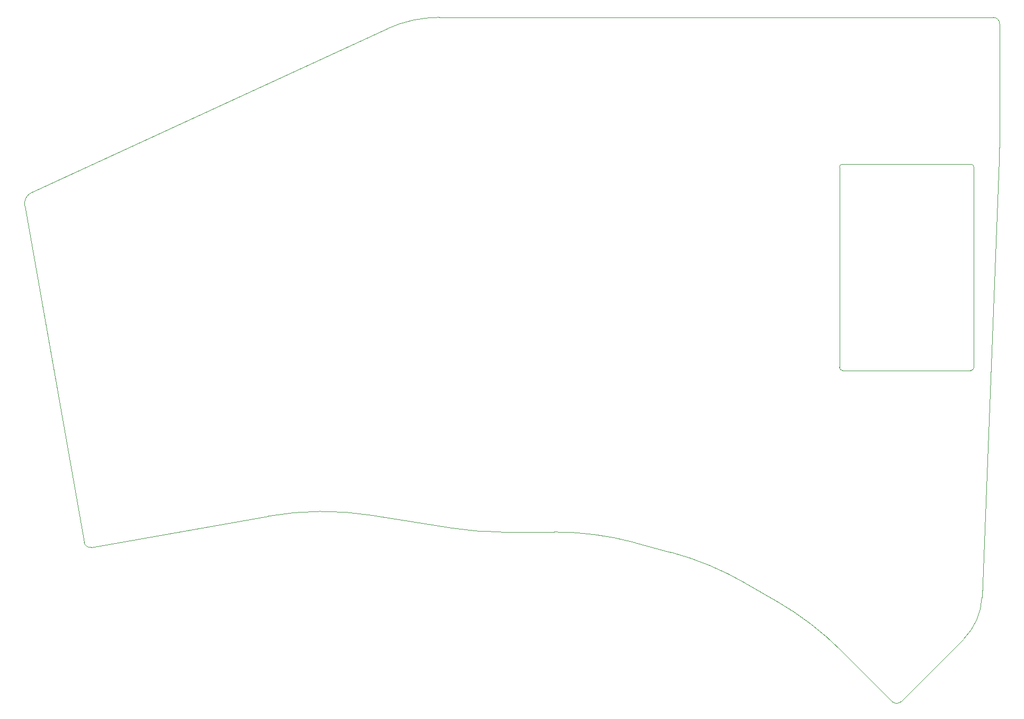
<source format=gbr>
%TF.GenerationSoftware,KiCad,Pcbnew,8.0.6*%
%TF.CreationDate,2025-05-26T15:16:57+09:00*%
%TF.ProjectId,hillside_speedrun,68696c6c-7369-4646-955f-737065656472,rev?*%
%TF.SameCoordinates,Original*%
%TF.FileFunction,Profile,NP*%
%FSLAX46Y46*%
G04 Gerber Fmt 4.6, Leading zero omitted, Abs format (unit mm)*
G04 Created by KiCad (PCBNEW 8.0.6) date 2025-05-26 15:16:57*
%MOMM*%
%LPD*%
G01*
G04 APERTURE LIST*
%TA.AperFunction,Profile*%
%ADD10C,0.100000*%
%TD*%
%TA.AperFunction,Profile*%
%ADD11C,0.050000*%
%TD*%
%TA.AperFunction,Profile*%
%ADD12C,0.120000*%
%TD*%
G04 APERTURE END LIST*
D10*
X161611351Y-137990033D02*
G75*
G02*
X160197137Y-137990033I-707107J707108D01*
G01*
X21548539Y-58734277D02*
G75*
G02*
X22681184Y-56570528I1969661J347277D01*
G01*
X32189591Y-113323912D02*
G75*
G02*
X31031083Y-112512761I-173691J984812D01*
G01*
X79455424Y-30410522D02*
G75*
G02*
X87825117Y-28575007I8369676J-18164478D01*
G01*
D11*
X176362000Y-28575000D02*
G75*
G02*
X177362000Y-29575000I0J-1000000D01*
G01*
D10*
X177362000Y-49397713D02*
G75*
G02*
X177322206Y-51392193I-49996800J-87D01*
G01*
X174530608Y-121319577D02*
G75*
G02*
X171609637Y-127991751I-9992008J398877D01*
G01*
X97690350Y-110871000D02*
G75*
G02*
X89811183Y-110246279I50J50000200D01*
G01*
X141780258Y-121971374D02*
G75*
G02*
X152109099Y-129901999I-25026558J-43286026D01*
G01*
X124731460Y-114082300D02*
G75*
G02*
X136787456Y-119084687I-12970460J-48288400D01*
G01*
X106177809Y-110871000D02*
G75*
G02*
X119148316Y-112582637I-9J-50000100D01*
G01*
X60456498Y-108339693D02*
G75*
G02*
X77018076Y-108204798I8682402J-49240307D01*
G01*
X21548539Y-58734277D02*
X31031135Y-112512752D01*
X104775000Y-28575000D02*
X176362000Y-28575000D01*
D11*
X177362000Y-49397713D02*
X177362000Y-29575000D01*
D10*
X79455424Y-30410522D02*
X22681186Y-56570533D01*
X104775000Y-28575000D02*
X87825117Y-28575000D01*
X136787449Y-119084699D02*
X141780258Y-121971374D01*
X77018076Y-108204797D02*
X89811182Y-110246285D01*
X161611351Y-137990033D02*
X171609635Y-127991749D01*
X97690350Y-110871000D02*
X106177809Y-110871000D01*
X152109101Y-129901997D02*
X160197137Y-137990033D01*
X119148316Y-112582638D02*
X124731460Y-114082300D01*
X32189591Y-113323912D02*
X60456498Y-108339693D01*
X174530608Y-121319577D02*
X177322205Y-51392193D01*
D12*
%TO.C,BT1*%
X173259360Y-52547775D02*
X173259360Y-84547775D01*
X172759360Y-85047775D02*
X152259360Y-85047775D01*
X152259360Y-52047775D02*
X172759360Y-52047775D01*
X151759360Y-84547775D02*
X151759360Y-52547775D01*
X173259360Y-84547775D02*
G75*
G02*
X172759360Y-85047775I-500000J0D01*
G01*
X172759360Y-52047775D02*
G75*
G02*
X173259360Y-52547775I0J-500000D01*
G01*
X152259360Y-85047775D02*
G75*
G02*
X151759360Y-84547775I0J500000D01*
G01*
X151759360Y-52547775D02*
G75*
G02*
X152259360Y-52047775I500000J0D01*
G01*
%TD*%
M02*

</source>
